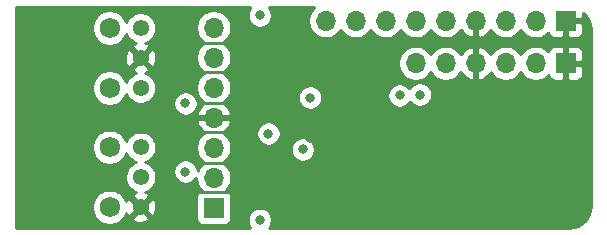
<source format=gbr>
%TF.GenerationSoftware,KiCad,Pcbnew,5.1.10-88a1d61d58~90~ubuntu20.04.1*%
%TF.CreationDate,2021-08-01T07:07:46+02:00*%
%TF.ProjectId,chalkie,6368616c-6b69-4652-9e6b-696361645f70,v1.00*%
%TF.SameCoordinates,Original*%
%TF.FileFunction,Copper,L2,Inr*%
%TF.FilePolarity,Positive*%
%FSLAX46Y46*%
G04 Gerber Fmt 4.6, Leading zero omitted, Abs format (unit mm)*
G04 Created by KiCad (PCBNEW 5.1.10-88a1d61d58~90~ubuntu20.04.1) date 2021-08-01 07:07:46*
%MOMM*%
%LPD*%
G01*
G04 APERTURE LIST*
%TA.AperFunction,ComponentPad*%
%ADD10C,1.725000*%
%TD*%
%TA.AperFunction,ComponentPad*%
%ADD11C,1.381250*%
%TD*%
%TA.AperFunction,ComponentPad*%
%ADD12C,1.381000*%
%TD*%
%TA.AperFunction,ComponentPad*%
%ADD13O,1.700000X1.700000*%
%TD*%
%TA.AperFunction,ComponentPad*%
%ADD14R,1.700000X1.700000*%
%TD*%
%TA.AperFunction,ViaPad*%
%ADD15C,0.800000*%
%TD*%
%TA.AperFunction,Conductor*%
%ADD16C,0.250000*%
%TD*%
%TA.AperFunction,Conductor*%
%ADD17C,0.254000*%
%TD*%
%TA.AperFunction,Conductor*%
%ADD18C,0.100000*%
%TD*%
G04 APERTURE END LIST*
D10*
%TO.N,N/C*%
%TO.C,U2*%
X133590000Y-107590000D03*
X133590000Y-102510000D03*
D11*
%TO.N,GND*%
X136210000Y-107590000D03*
%TO.N,+3V3*%
X136210000Y-105050000D03*
%TO.N,Net-(U2-Pad1)*%
X136210000Y-102510000D03*
%TD*%
D10*
%TO.N,N/C*%
%TO.C,U3*%
X133590000Y-97490000D03*
X133590000Y-92410000D03*
D12*
%TO.N,Net-(U3-Pad3)*%
X136210000Y-97490000D03*
%TO.N,GND*%
X136210000Y-94950000D03*
%TO.N,Net-(C3-Pad2)*%
X136210000Y-92410000D03*
%TD*%
D13*
%TO.N,N/C*%
%TO.C,J1*%
X151880000Y-91800000D03*
%TO.N,+5V*%
X154420000Y-91800000D03*
%TO.N,rxtx_en*%
X156960000Y-91800000D03*
%TO.N,uart_tx*%
X159500000Y-91800000D03*
%TO.N,uart_rx*%
X162040000Y-91800000D03*
%TO.N,GND*%
X164580000Y-91800000D03*
%TO.N,swclk*%
X167120000Y-91800000D03*
%TO.N,swdio*%
X169660000Y-91800000D03*
D14*
%TO.N,GND*%
X172200000Y-91800000D03*
%TD*%
%TO.N,N/C*%
%TO.C,J2*%
X142400000Y-107620000D03*
D13*
%TO.N,hdmi_utility*%
X142400000Y-105080000D03*
%TO.N,N/C*%
X142400000Y-102540000D03*
%TO.N,GND*%
X142400000Y-100000000D03*
%TO.N,N/C*%
X142400000Y-97460000D03*
X142400000Y-94920000D03*
X142400000Y-92380000D03*
%TD*%
D14*
%TO.N,GND*%
%TO.C,J3*%
X172200000Y-95390000D03*
D13*
%TO.N,swdio*%
X169660000Y-95390000D03*
%TO.N,swclk*%
X167120000Y-95390000D03*
%TO.N,GND*%
X164580000Y-95390000D03*
%TO.N,uart_rx*%
X162040000Y-95390000D03*
%TO.N,uart_tx*%
X159500000Y-95390000D03*
%TD*%
D15*
%TO.N,GND*%
X143980000Y-93680000D03*
X145850000Y-100325000D03*
X146430000Y-103320000D03*
X150570000Y-101700000D03*
X159850000Y-101950000D03*
X149700000Y-91340000D03*
X140000000Y-91800000D03*
X146310000Y-96650000D03*
X140000000Y-108030000D03*
X149660000Y-108310000D03*
X158140000Y-101820000D03*
X154420000Y-101940000D03*
X174000000Y-100000000D03*
X173500000Y-108500000D03*
X174000000Y-102000000D03*
X174000000Y-104000000D03*
X174000000Y-106000000D03*
X174000000Y-98000000D03*
X171000000Y-109000000D03*
X169000000Y-109000000D03*
X167000000Y-109000000D03*
X165000000Y-109000000D03*
X163000000Y-109000000D03*
X161000000Y-109000000D03*
X159000000Y-109000000D03*
X157000000Y-109000000D03*
X155000000Y-109000000D03*
X153000000Y-109000000D03*
X155500000Y-96000000D03*
X126000000Y-91000000D03*
X128000000Y-91000000D03*
X130000000Y-91000000D03*
X132000000Y-91000000D03*
X135000000Y-91000000D03*
X138000000Y-91000000D03*
X138000000Y-109000000D03*
X135000000Y-109000000D03*
X132000000Y-109000000D03*
X130000000Y-109000000D03*
X128000000Y-109000000D03*
X126000000Y-109000000D03*
X126000000Y-100000000D03*
X126000000Y-97500000D03*
X126000000Y-94000000D03*
X126000000Y-102500000D03*
X126000000Y-106000000D03*
X135000000Y-100000000D03*
X138000000Y-100000000D03*
X132000000Y-100000000D03*
X130000000Y-100000000D03*
X128000000Y-100000000D03*
X171500000Y-102000000D03*
X168500000Y-102000000D03*
X165500000Y-102000000D03*
X162500000Y-102000000D03*
X143960000Y-98740000D03*
X143990000Y-96150000D03*
X143990000Y-101260000D03*
X144010000Y-103810000D03*
X144500000Y-106340000D03*
%TO.N,+3V3*%
X159850000Y-98050000D03*
X150570000Y-98300000D03*
X146300000Y-91340000D03*
X140000000Y-98800000D03*
X140000000Y-104580000D03*
X146300000Y-108660000D03*
X158140000Y-98120000D03*
%TO.N,rxtx_en*%
X147040000Y-101350000D03*
X149940000Y-102690000D03*
%TD*%
D16*
%TO.N,GND*%
X143980000Y-93680000D02*
X140950000Y-93680000D01*
X143990000Y-96150000D02*
X141290000Y-96150000D01*
X143960000Y-98740000D02*
X141300000Y-98740000D01*
X143990000Y-101260000D02*
X141300000Y-101260000D01*
X144010000Y-103810000D02*
X141300000Y-103810000D01*
X144500000Y-106340000D02*
X141124315Y-106340000D01*
%TD*%
D17*
%TO.N,GND*%
X145496063Y-90680226D02*
X145382795Y-90849744D01*
X145304774Y-91038102D01*
X145265000Y-91238061D01*
X145265000Y-91441939D01*
X145304774Y-91641898D01*
X145382795Y-91830256D01*
X145496063Y-91999774D01*
X145640226Y-92143937D01*
X145809744Y-92257205D01*
X145998102Y-92335226D01*
X146198061Y-92375000D01*
X146401939Y-92375000D01*
X146601898Y-92335226D01*
X146790256Y-92257205D01*
X146959774Y-92143937D01*
X147103937Y-91999774D01*
X147217205Y-91830256D01*
X147295226Y-91641898D01*
X147335000Y-91441939D01*
X147335000Y-91238061D01*
X147295226Y-91038102D01*
X147217205Y-90849744D01*
X147103937Y-90680226D01*
X147083711Y-90660000D01*
X150919893Y-90660000D01*
X150726525Y-90853368D01*
X150564010Y-91096589D01*
X150452068Y-91366842D01*
X150395000Y-91653740D01*
X150395000Y-91946260D01*
X150452068Y-92233158D01*
X150564010Y-92503411D01*
X150726525Y-92746632D01*
X150933368Y-92953475D01*
X151176589Y-93115990D01*
X151446842Y-93227932D01*
X151733740Y-93285000D01*
X152026260Y-93285000D01*
X152313158Y-93227932D01*
X152583411Y-93115990D01*
X152826632Y-92953475D01*
X153033475Y-92746632D01*
X153150000Y-92572240D01*
X153266525Y-92746632D01*
X153473368Y-92953475D01*
X153716589Y-93115990D01*
X153986842Y-93227932D01*
X154273740Y-93285000D01*
X154566260Y-93285000D01*
X154853158Y-93227932D01*
X155123411Y-93115990D01*
X155366632Y-92953475D01*
X155573475Y-92746632D01*
X155690000Y-92572240D01*
X155806525Y-92746632D01*
X156013368Y-92953475D01*
X156256589Y-93115990D01*
X156526842Y-93227932D01*
X156813740Y-93285000D01*
X157106260Y-93285000D01*
X157393158Y-93227932D01*
X157663411Y-93115990D01*
X157906632Y-92953475D01*
X158113475Y-92746632D01*
X158230000Y-92572240D01*
X158346525Y-92746632D01*
X158553368Y-92953475D01*
X158796589Y-93115990D01*
X159066842Y-93227932D01*
X159353740Y-93285000D01*
X159646260Y-93285000D01*
X159933158Y-93227932D01*
X160203411Y-93115990D01*
X160446632Y-92953475D01*
X160653475Y-92746632D01*
X160770000Y-92572240D01*
X160886525Y-92746632D01*
X161093368Y-92953475D01*
X161336589Y-93115990D01*
X161606842Y-93227932D01*
X161893740Y-93285000D01*
X162186260Y-93285000D01*
X162473158Y-93227932D01*
X162743411Y-93115990D01*
X162986632Y-92953475D01*
X163193475Y-92746632D01*
X163315195Y-92564466D01*
X163384822Y-92681355D01*
X163579731Y-92897588D01*
X163813080Y-93071641D01*
X164075901Y-93196825D01*
X164223110Y-93241476D01*
X164453000Y-93120155D01*
X164453000Y-91927000D01*
X164433000Y-91927000D01*
X164433000Y-91673000D01*
X164453000Y-91673000D01*
X164453000Y-91653000D01*
X164707000Y-91653000D01*
X164707000Y-91673000D01*
X164727000Y-91673000D01*
X164727000Y-91927000D01*
X164707000Y-91927000D01*
X164707000Y-93120155D01*
X164936890Y-93241476D01*
X165084099Y-93196825D01*
X165346920Y-93071641D01*
X165580269Y-92897588D01*
X165775178Y-92681355D01*
X165844805Y-92564466D01*
X165966525Y-92746632D01*
X166173368Y-92953475D01*
X166416589Y-93115990D01*
X166686842Y-93227932D01*
X166973740Y-93285000D01*
X167266260Y-93285000D01*
X167553158Y-93227932D01*
X167823411Y-93115990D01*
X168066632Y-92953475D01*
X168273475Y-92746632D01*
X168390000Y-92572240D01*
X168506525Y-92746632D01*
X168713368Y-92953475D01*
X168956589Y-93115990D01*
X169226842Y-93227932D01*
X169513740Y-93285000D01*
X169806260Y-93285000D01*
X170093158Y-93227932D01*
X170363411Y-93115990D01*
X170606632Y-92953475D01*
X170738487Y-92821620D01*
X170760498Y-92894180D01*
X170819463Y-93004494D01*
X170898815Y-93101185D01*
X170995506Y-93180537D01*
X171105820Y-93239502D01*
X171225518Y-93275812D01*
X171350000Y-93288072D01*
X171914250Y-93285000D01*
X172073000Y-93126250D01*
X172073000Y-91927000D01*
X172327000Y-91927000D01*
X172327000Y-93126250D01*
X172485750Y-93285000D01*
X173050000Y-93288072D01*
X173174482Y-93275812D01*
X173294180Y-93239502D01*
X173404494Y-93180537D01*
X173501185Y-93101185D01*
X173580537Y-93004494D01*
X173639502Y-92894180D01*
X173675812Y-92774482D01*
X173688072Y-92650000D01*
X173685000Y-92085750D01*
X173526250Y-91927000D01*
X172327000Y-91927000D01*
X172073000Y-91927000D01*
X172053000Y-91927000D01*
X172053000Y-91673000D01*
X172073000Y-91673000D01*
X172073000Y-91653000D01*
X172327000Y-91653000D01*
X172327000Y-91673000D01*
X173526250Y-91673000D01*
X173685000Y-91514250D01*
X173687205Y-91109294D01*
X173794299Y-91196637D01*
X174022806Y-91472856D01*
X174193310Y-91788197D01*
X174299319Y-92130656D01*
X174340000Y-92517712D01*
X174340001Y-107467711D01*
X174301853Y-107856776D01*
X174198238Y-108199964D01*
X174029939Y-108516489D01*
X173803365Y-108794296D01*
X173527146Y-109022805D01*
X173211803Y-109193310D01*
X172869344Y-109299319D01*
X172482288Y-109340000D01*
X147083711Y-109340000D01*
X147103937Y-109319774D01*
X147217205Y-109150256D01*
X147295226Y-108961898D01*
X147335000Y-108761939D01*
X147335000Y-108558061D01*
X147295226Y-108358102D01*
X147217205Y-108169744D01*
X147103937Y-108000226D01*
X146959774Y-107856063D01*
X146790256Y-107742795D01*
X146601898Y-107664774D01*
X146401939Y-107625000D01*
X146198061Y-107625000D01*
X145998102Y-107664774D01*
X145809744Y-107742795D01*
X145640226Y-107856063D01*
X145496063Y-108000226D01*
X145382795Y-108169744D01*
X145304774Y-108358102D01*
X145265000Y-108558061D01*
X145265000Y-108761939D01*
X145304774Y-108961898D01*
X145382795Y-109150256D01*
X145496063Y-109319774D01*
X145516289Y-109340000D01*
X125660000Y-109340000D01*
X125660000Y-107442509D01*
X132092500Y-107442509D01*
X132092500Y-107737491D01*
X132150048Y-108026805D01*
X132262933Y-108299332D01*
X132426816Y-108544601D01*
X132635399Y-108753184D01*
X132880668Y-108917067D01*
X133153195Y-109029952D01*
X133442509Y-109087500D01*
X133737491Y-109087500D01*
X134026805Y-109029952D01*
X134299332Y-108917067D01*
X134544601Y-108753184D01*
X134753184Y-108544601D01*
X134779933Y-108504568D01*
X135475037Y-108504568D01*
X135533359Y-108737382D01*
X135770204Y-108847342D01*
X136023950Y-108908983D01*
X136284845Y-108919936D01*
X136542865Y-108879780D01*
X136788092Y-108790058D01*
X136886641Y-108737382D01*
X136944963Y-108504568D01*
X136210000Y-107769605D01*
X135475037Y-108504568D01*
X134779933Y-108504568D01*
X134917067Y-108299332D01*
X134991879Y-108118722D01*
X135009942Y-108168092D01*
X135062618Y-108266641D01*
X135295432Y-108324963D01*
X136030395Y-107590000D01*
X136389605Y-107590000D01*
X137124568Y-108324963D01*
X137357382Y-108266641D01*
X137467342Y-108029796D01*
X137528983Y-107776050D01*
X137539936Y-107515155D01*
X137499780Y-107257135D01*
X137410058Y-107011908D01*
X137357382Y-106913359D01*
X137124568Y-106855037D01*
X136389605Y-107590000D01*
X136030395Y-107590000D01*
X135295432Y-106855037D01*
X135062618Y-106913359D01*
X134992852Y-107063629D01*
X134917067Y-106880668D01*
X134753184Y-106635399D01*
X134544601Y-106426816D01*
X134299332Y-106262933D01*
X134026805Y-106150048D01*
X133737491Y-106092500D01*
X133442509Y-106092500D01*
X133153195Y-106150048D01*
X132880668Y-106262933D01*
X132635399Y-106426816D01*
X132426816Y-106635399D01*
X132262933Y-106880668D01*
X132150048Y-107153195D01*
X132092500Y-107442509D01*
X125660000Y-107442509D01*
X125660000Y-102362509D01*
X132092500Y-102362509D01*
X132092500Y-102657491D01*
X132150048Y-102946805D01*
X132262933Y-103219332D01*
X132426816Y-103464601D01*
X132635399Y-103673184D01*
X132880668Y-103837067D01*
X133153195Y-103949952D01*
X133442509Y-104007500D01*
X133737491Y-104007500D01*
X134026805Y-103949952D01*
X134299332Y-103837067D01*
X134544601Y-103673184D01*
X134753184Y-103464601D01*
X134917067Y-103219332D01*
X134993018Y-103035971D01*
X135035246Y-103137919D01*
X135180320Y-103355037D01*
X135364963Y-103539680D01*
X135582081Y-103684754D01*
X135812026Y-103780000D01*
X135582081Y-103875246D01*
X135364963Y-104020320D01*
X135180320Y-104204963D01*
X135035246Y-104422081D01*
X134935318Y-104663329D01*
X134884375Y-104919437D01*
X134884375Y-105180563D01*
X134935318Y-105436671D01*
X135035246Y-105677919D01*
X135180320Y-105895037D01*
X135364963Y-106079680D01*
X135582081Y-106224754D01*
X135817207Y-106322146D01*
X135631908Y-106389942D01*
X135533359Y-106442618D01*
X135475037Y-106675432D01*
X136210000Y-107410395D01*
X136944963Y-106675432D01*
X136886641Y-106442618D01*
X136649796Y-106332658D01*
X136604172Y-106321575D01*
X136837919Y-106224754D01*
X137055037Y-106079680D01*
X137239680Y-105895037D01*
X137384754Y-105677919D01*
X137484682Y-105436671D01*
X137535625Y-105180563D01*
X137535625Y-104919437D01*
X137484682Y-104663329D01*
X137407942Y-104478061D01*
X138965000Y-104478061D01*
X138965000Y-104681939D01*
X139004774Y-104881898D01*
X139082795Y-105070256D01*
X139196063Y-105239774D01*
X139340226Y-105383937D01*
X139509744Y-105497205D01*
X139698102Y-105575226D01*
X139898061Y-105615000D01*
X140101939Y-105615000D01*
X140301898Y-105575226D01*
X140490256Y-105497205D01*
X140659774Y-105383937D01*
X140803937Y-105239774D01*
X140915000Y-105073556D01*
X140915000Y-105226260D01*
X140972068Y-105513158D01*
X141084010Y-105783411D01*
X141246525Y-106026632D01*
X141378380Y-106158487D01*
X141305820Y-106180498D01*
X141195506Y-106239463D01*
X141098815Y-106318815D01*
X141019463Y-106415506D01*
X140960498Y-106525820D01*
X140924188Y-106645518D01*
X140911928Y-106770000D01*
X140911928Y-108470000D01*
X140924188Y-108594482D01*
X140960498Y-108714180D01*
X141019463Y-108824494D01*
X141098815Y-108921185D01*
X141195506Y-109000537D01*
X141305820Y-109059502D01*
X141425518Y-109095812D01*
X141550000Y-109108072D01*
X143250000Y-109108072D01*
X143374482Y-109095812D01*
X143494180Y-109059502D01*
X143604494Y-109000537D01*
X143701185Y-108921185D01*
X143780537Y-108824494D01*
X143839502Y-108714180D01*
X143875812Y-108594482D01*
X143888072Y-108470000D01*
X143888072Y-106770000D01*
X143875812Y-106645518D01*
X143839502Y-106525820D01*
X143780537Y-106415506D01*
X143701185Y-106318815D01*
X143604494Y-106239463D01*
X143494180Y-106180498D01*
X143421620Y-106158487D01*
X143553475Y-106026632D01*
X143715990Y-105783411D01*
X143827932Y-105513158D01*
X143885000Y-105226260D01*
X143885000Y-104933740D01*
X143827932Y-104646842D01*
X143715990Y-104376589D01*
X143553475Y-104133368D01*
X143346632Y-103926525D01*
X143172240Y-103810000D01*
X143346632Y-103693475D01*
X143553475Y-103486632D01*
X143715990Y-103243411D01*
X143827932Y-102973158D01*
X143885000Y-102686260D01*
X143885000Y-102588061D01*
X148905000Y-102588061D01*
X148905000Y-102791939D01*
X148944774Y-102991898D01*
X149022795Y-103180256D01*
X149136063Y-103349774D01*
X149280226Y-103493937D01*
X149449744Y-103607205D01*
X149638102Y-103685226D01*
X149838061Y-103725000D01*
X150041939Y-103725000D01*
X150241898Y-103685226D01*
X150430256Y-103607205D01*
X150599774Y-103493937D01*
X150743937Y-103349774D01*
X150857205Y-103180256D01*
X150935226Y-102991898D01*
X150975000Y-102791939D01*
X150975000Y-102588061D01*
X150935226Y-102388102D01*
X150857205Y-102199744D01*
X150743937Y-102030226D01*
X150599774Y-101886063D01*
X150430256Y-101772795D01*
X150241898Y-101694774D01*
X150041939Y-101655000D01*
X149838061Y-101655000D01*
X149638102Y-101694774D01*
X149449744Y-101772795D01*
X149280226Y-101886063D01*
X149136063Y-102030226D01*
X149022795Y-102199744D01*
X148944774Y-102388102D01*
X148905000Y-102588061D01*
X143885000Y-102588061D01*
X143885000Y-102393740D01*
X143827932Y-102106842D01*
X143715990Y-101836589D01*
X143553475Y-101593368D01*
X143346632Y-101386525D01*
X143164466Y-101264805D01*
X143192575Y-101248061D01*
X146005000Y-101248061D01*
X146005000Y-101451939D01*
X146044774Y-101651898D01*
X146122795Y-101840256D01*
X146236063Y-102009774D01*
X146380226Y-102153937D01*
X146549744Y-102267205D01*
X146738102Y-102345226D01*
X146938061Y-102385000D01*
X147141939Y-102385000D01*
X147341898Y-102345226D01*
X147530256Y-102267205D01*
X147699774Y-102153937D01*
X147843937Y-102009774D01*
X147957205Y-101840256D01*
X148035226Y-101651898D01*
X148075000Y-101451939D01*
X148075000Y-101248061D01*
X148035226Y-101048102D01*
X147957205Y-100859744D01*
X147843937Y-100690226D01*
X147699774Y-100546063D01*
X147530256Y-100432795D01*
X147341898Y-100354774D01*
X147141939Y-100315000D01*
X146938061Y-100315000D01*
X146738102Y-100354774D01*
X146549744Y-100432795D01*
X146380226Y-100546063D01*
X146236063Y-100690226D01*
X146122795Y-100859744D01*
X146044774Y-101048102D01*
X146005000Y-101248061D01*
X143192575Y-101248061D01*
X143281355Y-101195178D01*
X143497588Y-101000269D01*
X143671641Y-100766920D01*
X143796825Y-100504099D01*
X143841476Y-100356890D01*
X143720155Y-100127000D01*
X142527000Y-100127000D01*
X142527000Y-100147000D01*
X142273000Y-100147000D01*
X142273000Y-100127000D01*
X141079845Y-100127000D01*
X140958524Y-100356890D01*
X141003175Y-100504099D01*
X141128359Y-100766920D01*
X141302412Y-101000269D01*
X141518645Y-101195178D01*
X141635534Y-101264805D01*
X141453368Y-101386525D01*
X141246525Y-101593368D01*
X141084010Y-101836589D01*
X140972068Y-102106842D01*
X140915000Y-102393740D01*
X140915000Y-102686260D01*
X140972068Y-102973158D01*
X141084010Y-103243411D01*
X141246525Y-103486632D01*
X141453368Y-103693475D01*
X141627760Y-103810000D01*
X141453368Y-103926525D01*
X141246525Y-104133368D01*
X141084010Y-104376589D01*
X141035000Y-104494910D01*
X141035000Y-104478061D01*
X140995226Y-104278102D01*
X140917205Y-104089744D01*
X140803937Y-103920226D01*
X140659774Y-103776063D01*
X140490256Y-103662795D01*
X140301898Y-103584774D01*
X140101939Y-103545000D01*
X139898061Y-103545000D01*
X139698102Y-103584774D01*
X139509744Y-103662795D01*
X139340226Y-103776063D01*
X139196063Y-103920226D01*
X139082795Y-104089744D01*
X139004774Y-104278102D01*
X138965000Y-104478061D01*
X137407942Y-104478061D01*
X137384754Y-104422081D01*
X137239680Y-104204963D01*
X137055037Y-104020320D01*
X136837919Y-103875246D01*
X136607974Y-103780000D01*
X136837919Y-103684754D01*
X137055037Y-103539680D01*
X137239680Y-103355037D01*
X137384754Y-103137919D01*
X137484682Y-102896671D01*
X137535625Y-102640563D01*
X137535625Y-102379437D01*
X137484682Y-102123329D01*
X137384754Y-101882081D01*
X137239680Y-101664963D01*
X137055037Y-101480320D01*
X136837919Y-101335246D01*
X136596671Y-101235318D01*
X136340563Y-101184375D01*
X136079437Y-101184375D01*
X135823329Y-101235318D01*
X135582081Y-101335246D01*
X135364963Y-101480320D01*
X135180320Y-101664963D01*
X135035246Y-101882081D01*
X134993018Y-101984029D01*
X134917067Y-101800668D01*
X134753184Y-101555399D01*
X134544601Y-101346816D01*
X134299332Y-101182933D01*
X134026805Y-101070048D01*
X133737491Y-101012500D01*
X133442509Y-101012500D01*
X133153195Y-101070048D01*
X132880668Y-101182933D01*
X132635399Y-101346816D01*
X132426816Y-101555399D01*
X132262933Y-101800668D01*
X132150048Y-102073195D01*
X132092500Y-102362509D01*
X125660000Y-102362509D01*
X125660000Y-97342509D01*
X132092500Y-97342509D01*
X132092500Y-97637491D01*
X132150048Y-97926805D01*
X132262933Y-98199332D01*
X132426816Y-98444601D01*
X132635399Y-98653184D01*
X132880668Y-98817067D01*
X133153195Y-98929952D01*
X133442509Y-98987500D01*
X133737491Y-98987500D01*
X134026805Y-98929952D01*
X134299332Y-98817067D01*
X134544601Y-98653184D01*
X134753184Y-98444601D01*
X134917067Y-98199332D01*
X134993086Y-98015808D01*
X135035357Y-98117860D01*
X135180417Y-98334957D01*
X135365043Y-98519583D01*
X135582140Y-98664643D01*
X135823366Y-98764562D01*
X136079450Y-98815500D01*
X136340550Y-98815500D01*
X136596634Y-98764562D01*
X136757181Y-98698061D01*
X138965000Y-98698061D01*
X138965000Y-98901939D01*
X139004774Y-99101898D01*
X139082795Y-99290256D01*
X139196063Y-99459774D01*
X139340226Y-99603937D01*
X139509744Y-99717205D01*
X139698102Y-99795226D01*
X139898061Y-99835000D01*
X140101939Y-99835000D01*
X140301898Y-99795226D01*
X140490256Y-99717205D01*
X140659774Y-99603937D01*
X140803937Y-99459774D01*
X140917205Y-99290256D01*
X140995226Y-99101898D01*
X141035000Y-98901939D01*
X141035000Y-98698061D01*
X140995226Y-98498102D01*
X140917205Y-98309744D01*
X140803937Y-98140226D01*
X140659774Y-97996063D01*
X140490256Y-97882795D01*
X140301898Y-97804774D01*
X140101939Y-97765000D01*
X139898061Y-97765000D01*
X139698102Y-97804774D01*
X139509744Y-97882795D01*
X139340226Y-97996063D01*
X139196063Y-98140226D01*
X139082795Y-98309744D01*
X139004774Y-98498102D01*
X138965000Y-98698061D01*
X136757181Y-98698061D01*
X136837860Y-98664643D01*
X137054957Y-98519583D01*
X137239583Y-98334957D01*
X137384643Y-98117860D01*
X137484562Y-97876634D01*
X137535500Y-97620550D01*
X137535500Y-97359450D01*
X137484562Y-97103366D01*
X137384643Y-96862140D01*
X137239583Y-96645043D01*
X137054957Y-96460417D01*
X136837860Y-96315357D01*
X136602448Y-96217846D01*
X136788047Y-96149939D01*
X136886567Y-96097279D01*
X136944875Y-95864480D01*
X136210000Y-95129605D01*
X135475125Y-95864480D01*
X135533433Y-96097279D01*
X135770257Y-96207227D01*
X135816229Y-96218394D01*
X135582140Y-96315357D01*
X135365043Y-96460417D01*
X135180417Y-96645043D01*
X135035357Y-96862140D01*
X134993086Y-96964192D01*
X134917067Y-96780668D01*
X134753184Y-96535399D01*
X134544601Y-96326816D01*
X134299332Y-96162933D01*
X134026805Y-96050048D01*
X133737491Y-95992500D01*
X133442509Y-95992500D01*
X133153195Y-96050048D01*
X132880668Y-96162933D01*
X132635399Y-96326816D01*
X132426816Y-96535399D01*
X132262933Y-96780668D01*
X132150048Y-97053195D01*
X132092500Y-97342509D01*
X125660000Y-97342509D01*
X125660000Y-95024849D01*
X134880192Y-95024849D01*
X134920346Y-95282844D01*
X135010061Y-95528047D01*
X135062721Y-95626567D01*
X135295520Y-95684875D01*
X136030395Y-94950000D01*
X136389605Y-94950000D01*
X137124480Y-95684875D01*
X137357279Y-95626567D01*
X137467227Y-95389743D01*
X137528859Y-95136021D01*
X137539808Y-94875151D01*
X137499654Y-94617156D01*
X137409939Y-94371953D01*
X137357279Y-94273433D01*
X137124480Y-94215125D01*
X136389605Y-94950000D01*
X136030395Y-94950000D01*
X135295520Y-94215125D01*
X135062721Y-94273433D01*
X134952773Y-94510257D01*
X134891141Y-94763979D01*
X134880192Y-95024849D01*
X125660000Y-95024849D01*
X125660000Y-92262509D01*
X132092500Y-92262509D01*
X132092500Y-92557491D01*
X132150048Y-92846805D01*
X132262933Y-93119332D01*
X132426816Y-93364601D01*
X132635399Y-93573184D01*
X132880668Y-93737067D01*
X133153195Y-93849952D01*
X133442509Y-93907500D01*
X133737491Y-93907500D01*
X134026805Y-93849952D01*
X134299332Y-93737067D01*
X134544601Y-93573184D01*
X134753184Y-93364601D01*
X134917067Y-93119332D01*
X134993086Y-92935808D01*
X135035357Y-93037860D01*
X135180417Y-93254957D01*
X135365043Y-93439583D01*
X135582140Y-93584643D01*
X135817552Y-93682154D01*
X135631953Y-93750061D01*
X135533433Y-93802721D01*
X135475125Y-94035520D01*
X136210000Y-94770395D01*
X136944875Y-94035520D01*
X136886567Y-93802721D01*
X136649743Y-93692773D01*
X136603771Y-93681606D01*
X136837860Y-93584643D01*
X137054957Y-93439583D01*
X137239583Y-93254957D01*
X137384643Y-93037860D01*
X137484562Y-92796634D01*
X137535500Y-92540550D01*
X137535500Y-92279450D01*
X137526408Y-92233740D01*
X140915000Y-92233740D01*
X140915000Y-92526260D01*
X140972068Y-92813158D01*
X141084010Y-93083411D01*
X141246525Y-93326632D01*
X141453368Y-93533475D01*
X141627760Y-93650000D01*
X141453368Y-93766525D01*
X141246525Y-93973368D01*
X141084010Y-94216589D01*
X140972068Y-94486842D01*
X140915000Y-94773740D01*
X140915000Y-95066260D01*
X140972068Y-95353158D01*
X141084010Y-95623411D01*
X141246525Y-95866632D01*
X141453368Y-96073475D01*
X141627760Y-96190000D01*
X141453368Y-96306525D01*
X141246525Y-96513368D01*
X141084010Y-96756589D01*
X140972068Y-97026842D01*
X140915000Y-97313740D01*
X140915000Y-97606260D01*
X140972068Y-97893158D01*
X141084010Y-98163411D01*
X141246525Y-98406632D01*
X141453368Y-98613475D01*
X141635534Y-98735195D01*
X141518645Y-98804822D01*
X141302412Y-98999731D01*
X141128359Y-99233080D01*
X141003175Y-99495901D01*
X140958524Y-99643110D01*
X141079845Y-99873000D01*
X142273000Y-99873000D01*
X142273000Y-99853000D01*
X142527000Y-99853000D01*
X142527000Y-99873000D01*
X143720155Y-99873000D01*
X143841476Y-99643110D01*
X143796825Y-99495901D01*
X143671641Y-99233080D01*
X143497588Y-98999731D01*
X143281355Y-98804822D01*
X143164466Y-98735195D01*
X143346632Y-98613475D01*
X143553475Y-98406632D01*
X143692837Y-98198061D01*
X149535000Y-98198061D01*
X149535000Y-98401939D01*
X149574774Y-98601898D01*
X149652795Y-98790256D01*
X149766063Y-98959774D01*
X149910226Y-99103937D01*
X150079744Y-99217205D01*
X150268102Y-99295226D01*
X150468061Y-99335000D01*
X150671939Y-99335000D01*
X150871898Y-99295226D01*
X151060256Y-99217205D01*
X151229774Y-99103937D01*
X151373937Y-98959774D01*
X151487205Y-98790256D01*
X151565226Y-98601898D01*
X151605000Y-98401939D01*
X151605000Y-98198061D01*
X151569197Y-98018061D01*
X157105000Y-98018061D01*
X157105000Y-98221939D01*
X157144774Y-98421898D01*
X157222795Y-98610256D01*
X157336063Y-98779774D01*
X157480226Y-98923937D01*
X157649744Y-99037205D01*
X157838102Y-99115226D01*
X158038061Y-99155000D01*
X158241939Y-99155000D01*
X158441898Y-99115226D01*
X158630256Y-99037205D01*
X158799774Y-98923937D01*
X158943937Y-98779774D01*
X159018386Y-98668353D01*
X159046063Y-98709774D01*
X159190226Y-98853937D01*
X159359744Y-98967205D01*
X159548102Y-99045226D01*
X159748061Y-99085000D01*
X159951939Y-99085000D01*
X160151898Y-99045226D01*
X160340256Y-98967205D01*
X160509774Y-98853937D01*
X160653937Y-98709774D01*
X160767205Y-98540256D01*
X160845226Y-98351898D01*
X160885000Y-98151939D01*
X160885000Y-97948061D01*
X160845226Y-97748102D01*
X160767205Y-97559744D01*
X160653937Y-97390226D01*
X160509774Y-97246063D01*
X160340256Y-97132795D01*
X160151898Y-97054774D01*
X159951939Y-97015000D01*
X159748061Y-97015000D01*
X159548102Y-97054774D01*
X159359744Y-97132795D01*
X159190226Y-97246063D01*
X159046063Y-97390226D01*
X158971614Y-97501647D01*
X158943937Y-97460226D01*
X158799774Y-97316063D01*
X158630256Y-97202795D01*
X158441898Y-97124774D01*
X158241939Y-97085000D01*
X158038061Y-97085000D01*
X157838102Y-97124774D01*
X157649744Y-97202795D01*
X157480226Y-97316063D01*
X157336063Y-97460226D01*
X157222795Y-97629744D01*
X157144774Y-97818102D01*
X157105000Y-98018061D01*
X151569197Y-98018061D01*
X151565226Y-97998102D01*
X151487205Y-97809744D01*
X151373937Y-97640226D01*
X151229774Y-97496063D01*
X151060256Y-97382795D01*
X150871898Y-97304774D01*
X150671939Y-97265000D01*
X150468061Y-97265000D01*
X150268102Y-97304774D01*
X150079744Y-97382795D01*
X149910226Y-97496063D01*
X149766063Y-97640226D01*
X149652795Y-97809744D01*
X149574774Y-97998102D01*
X149535000Y-98198061D01*
X143692837Y-98198061D01*
X143715990Y-98163411D01*
X143827932Y-97893158D01*
X143885000Y-97606260D01*
X143885000Y-97313740D01*
X143827932Y-97026842D01*
X143715990Y-96756589D01*
X143553475Y-96513368D01*
X143346632Y-96306525D01*
X143172240Y-96190000D01*
X143346632Y-96073475D01*
X143553475Y-95866632D01*
X143715990Y-95623411D01*
X143827932Y-95353158D01*
X143849696Y-95243740D01*
X158015000Y-95243740D01*
X158015000Y-95536260D01*
X158072068Y-95823158D01*
X158184010Y-96093411D01*
X158346525Y-96336632D01*
X158553368Y-96543475D01*
X158796589Y-96705990D01*
X159066842Y-96817932D01*
X159353740Y-96875000D01*
X159646260Y-96875000D01*
X159933158Y-96817932D01*
X160203411Y-96705990D01*
X160446632Y-96543475D01*
X160653475Y-96336632D01*
X160770000Y-96162240D01*
X160886525Y-96336632D01*
X161093368Y-96543475D01*
X161336589Y-96705990D01*
X161606842Y-96817932D01*
X161893740Y-96875000D01*
X162186260Y-96875000D01*
X162473158Y-96817932D01*
X162743411Y-96705990D01*
X162986632Y-96543475D01*
X163193475Y-96336632D01*
X163315195Y-96154466D01*
X163384822Y-96271355D01*
X163579731Y-96487588D01*
X163813080Y-96661641D01*
X164075901Y-96786825D01*
X164223110Y-96831476D01*
X164453000Y-96710155D01*
X164453000Y-95517000D01*
X164433000Y-95517000D01*
X164433000Y-95263000D01*
X164453000Y-95263000D01*
X164453000Y-94069845D01*
X164707000Y-94069845D01*
X164707000Y-95263000D01*
X164727000Y-95263000D01*
X164727000Y-95517000D01*
X164707000Y-95517000D01*
X164707000Y-96710155D01*
X164936890Y-96831476D01*
X165084099Y-96786825D01*
X165346920Y-96661641D01*
X165580269Y-96487588D01*
X165775178Y-96271355D01*
X165844805Y-96154466D01*
X165966525Y-96336632D01*
X166173368Y-96543475D01*
X166416589Y-96705990D01*
X166686842Y-96817932D01*
X166973740Y-96875000D01*
X167266260Y-96875000D01*
X167553158Y-96817932D01*
X167823411Y-96705990D01*
X168066632Y-96543475D01*
X168273475Y-96336632D01*
X168390000Y-96162240D01*
X168506525Y-96336632D01*
X168713368Y-96543475D01*
X168956589Y-96705990D01*
X169226842Y-96817932D01*
X169513740Y-96875000D01*
X169806260Y-96875000D01*
X170093158Y-96817932D01*
X170363411Y-96705990D01*
X170606632Y-96543475D01*
X170738487Y-96411620D01*
X170760498Y-96484180D01*
X170819463Y-96594494D01*
X170898815Y-96691185D01*
X170995506Y-96770537D01*
X171105820Y-96829502D01*
X171225518Y-96865812D01*
X171350000Y-96878072D01*
X171914250Y-96875000D01*
X172073000Y-96716250D01*
X172073000Y-95517000D01*
X172327000Y-95517000D01*
X172327000Y-96716250D01*
X172485750Y-96875000D01*
X173050000Y-96878072D01*
X173174482Y-96865812D01*
X173294180Y-96829502D01*
X173404494Y-96770537D01*
X173501185Y-96691185D01*
X173580537Y-96594494D01*
X173639502Y-96484180D01*
X173675812Y-96364482D01*
X173688072Y-96240000D01*
X173685000Y-95675750D01*
X173526250Y-95517000D01*
X172327000Y-95517000D01*
X172073000Y-95517000D01*
X172053000Y-95517000D01*
X172053000Y-95263000D01*
X172073000Y-95263000D01*
X172073000Y-94063750D01*
X172327000Y-94063750D01*
X172327000Y-95263000D01*
X173526250Y-95263000D01*
X173685000Y-95104250D01*
X173688072Y-94540000D01*
X173675812Y-94415518D01*
X173639502Y-94295820D01*
X173580537Y-94185506D01*
X173501185Y-94088815D01*
X173404494Y-94009463D01*
X173294180Y-93950498D01*
X173174482Y-93914188D01*
X173050000Y-93901928D01*
X172485750Y-93905000D01*
X172327000Y-94063750D01*
X172073000Y-94063750D01*
X171914250Y-93905000D01*
X171350000Y-93901928D01*
X171225518Y-93914188D01*
X171105820Y-93950498D01*
X170995506Y-94009463D01*
X170898815Y-94088815D01*
X170819463Y-94185506D01*
X170760498Y-94295820D01*
X170738487Y-94368380D01*
X170606632Y-94236525D01*
X170363411Y-94074010D01*
X170093158Y-93962068D01*
X169806260Y-93905000D01*
X169513740Y-93905000D01*
X169226842Y-93962068D01*
X168956589Y-94074010D01*
X168713368Y-94236525D01*
X168506525Y-94443368D01*
X168390000Y-94617760D01*
X168273475Y-94443368D01*
X168066632Y-94236525D01*
X167823411Y-94074010D01*
X167553158Y-93962068D01*
X167266260Y-93905000D01*
X166973740Y-93905000D01*
X166686842Y-93962068D01*
X166416589Y-94074010D01*
X166173368Y-94236525D01*
X165966525Y-94443368D01*
X165844805Y-94625534D01*
X165775178Y-94508645D01*
X165580269Y-94292412D01*
X165346920Y-94118359D01*
X165084099Y-93993175D01*
X164936890Y-93948524D01*
X164707000Y-94069845D01*
X164453000Y-94069845D01*
X164223110Y-93948524D01*
X164075901Y-93993175D01*
X163813080Y-94118359D01*
X163579731Y-94292412D01*
X163384822Y-94508645D01*
X163315195Y-94625534D01*
X163193475Y-94443368D01*
X162986632Y-94236525D01*
X162743411Y-94074010D01*
X162473158Y-93962068D01*
X162186260Y-93905000D01*
X161893740Y-93905000D01*
X161606842Y-93962068D01*
X161336589Y-94074010D01*
X161093368Y-94236525D01*
X160886525Y-94443368D01*
X160770000Y-94617760D01*
X160653475Y-94443368D01*
X160446632Y-94236525D01*
X160203411Y-94074010D01*
X159933158Y-93962068D01*
X159646260Y-93905000D01*
X159353740Y-93905000D01*
X159066842Y-93962068D01*
X158796589Y-94074010D01*
X158553368Y-94236525D01*
X158346525Y-94443368D01*
X158184010Y-94686589D01*
X158072068Y-94956842D01*
X158015000Y-95243740D01*
X143849696Y-95243740D01*
X143885000Y-95066260D01*
X143885000Y-94773740D01*
X143827932Y-94486842D01*
X143715990Y-94216589D01*
X143553475Y-93973368D01*
X143346632Y-93766525D01*
X143172240Y-93650000D01*
X143346632Y-93533475D01*
X143553475Y-93326632D01*
X143715990Y-93083411D01*
X143827932Y-92813158D01*
X143885000Y-92526260D01*
X143885000Y-92233740D01*
X143827932Y-91946842D01*
X143715990Y-91676589D01*
X143553475Y-91433368D01*
X143346632Y-91226525D01*
X143103411Y-91064010D01*
X142833158Y-90952068D01*
X142546260Y-90895000D01*
X142253740Y-90895000D01*
X141966842Y-90952068D01*
X141696589Y-91064010D01*
X141453368Y-91226525D01*
X141246525Y-91433368D01*
X141084010Y-91676589D01*
X140972068Y-91946842D01*
X140915000Y-92233740D01*
X137526408Y-92233740D01*
X137484562Y-92023366D01*
X137384643Y-91782140D01*
X137239583Y-91565043D01*
X137054957Y-91380417D01*
X136837860Y-91235357D01*
X136596634Y-91135438D01*
X136340550Y-91084500D01*
X136079450Y-91084500D01*
X135823366Y-91135438D01*
X135582140Y-91235357D01*
X135365043Y-91380417D01*
X135180417Y-91565043D01*
X135035357Y-91782140D01*
X134993086Y-91884192D01*
X134917067Y-91700668D01*
X134753184Y-91455399D01*
X134544601Y-91246816D01*
X134299332Y-91082933D01*
X134026805Y-90970048D01*
X133737491Y-90912500D01*
X133442509Y-90912500D01*
X133153195Y-90970048D01*
X132880668Y-91082933D01*
X132635399Y-91246816D01*
X132426816Y-91455399D01*
X132262933Y-91700668D01*
X132150048Y-91973195D01*
X132092500Y-92262509D01*
X125660000Y-92262509D01*
X125660000Y-90660000D01*
X145516289Y-90660000D01*
X145496063Y-90680226D01*
%TA.AperFunction,Conductor*%
D18*
G36*
X145496063Y-90680226D02*
G01*
X145382795Y-90849744D01*
X145304774Y-91038102D01*
X145265000Y-91238061D01*
X145265000Y-91441939D01*
X145304774Y-91641898D01*
X145382795Y-91830256D01*
X145496063Y-91999774D01*
X145640226Y-92143937D01*
X145809744Y-92257205D01*
X145998102Y-92335226D01*
X146198061Y-92375000D01*
X146401939Y-92375000D01*
X146601898Y-92335226D01*
X146790256Y-92257205D01*
X146959774Y-92143937D01*
X147103937Y-91999774D01*
X147217205Y-91830256D01*
X147295226Y-91641898D01*
X147335000Y-91441939D01*
X147335000Y-91238061D01*
X147295226Y-91038102D01*
X147217205Y-90849744D01*
X147103937Y-90680226D01*
X147083711Y-90660000D01*
X150919893Y-90660000D01*
X150726525Y-90853368D01*
X150564010Y-91096589D01*
X150452068Y-91366842D01*
X150395000Y-91653740D01*
X150395000Y-91946260D01*
X150452068Y-92233158D01*
X150564010Y-92503411D01*
X150726525Y-92746632D01*
X150933368Y-92953475D01*
X151176589Y-93115990D01*
X151446842Y-93227932D01*
X151733740Y-93285000D01*
X152026260Y-93285000D01*
X152313158Y-93227932D01*
X152583411Y-93115990D01*
X152826632Y-92953475D01*
X153033475Y-92746632D01*
X153150000Y-92572240D01*
X153266525Y-92746632D01*
X153473368Y-92953475D01*
X153716589Y-93115990D01*
X153986842Y-93227932D01*
X154273740Y-93285000D01*
X154566260Y-93285000D01*
X154853158Y-93227932D01*
X155123411Y-93115990D01*
X155366632Y-92953475D01*
X155573475Y-92746632D01*
X155690000Y-92572240D01*
X155806525Y-92746632D01*
X156013368Y-92953475D01*
X156256589Y-93115990D01*
X156526842Y-93227932D01*
X156813740Y-93285000D01*
X157106260Y-93285000D01*
X157393158Y-93227932D01*
X157663411Y-93115990D01*
X157906632Y-92953475D01*
X158113475Y-92746632D01*
X158230000Y-92572240D01*
X158346525Y-92746632D01*
X158553368Y-92953475D01*
X158796589Y-93115990D01*
X159066842Y-93227932D01*
X159353740Y-93285000D01*
X159646260Y-93285000D01*
X159933158Y-93227932D01*
X160203411Y-93115990D01*
X160446632Y-92953475D01*
X160653475Y-92746632D01*
X160770000Y-92572240D01*
X160886525Y-92746632D01*
X161093368Y-92953475D01*
X161336589Y-93115990D01*
X161606842Y-93227932D01*
X161893740Y-93285000D01*
X162186260Y-93285000D01*
X162473158Y-93227932D01*
X162743411Y-93115990D01*
X162986632Y-92953475D01*
X163193475Y-92746632D01*
X163315195Y-92564466D01*
X163384822Y-92681355D01*
X163579731Y-92897588D01*
X163813080Y-93071641D01*
X164075901Y-93196825D01*
X164223110Y-93241476D01*
X164453000Y-93120155D01*
X164453000Y-91927000D01*
X164433000Y-91927000D01*
X164433000Y-91673000D01*
X164453000Y-91673000D01*
X164453000Y-91653000D01*
X164707000Y-91653000D01*
X164707000Y-91673000D01*
X164727000Y-91673000D01*
X164727000Y-91927000D01*
X164707000Y-91927000D01*
X164707000Y-93120155D01*
X164936890Y-93241476D01*
X165084099Y-93196825D01*
X165346920Y-93071641D01*
X165580269Y-92897588D01*
X165775178Y-92681355D01*
X165844805Y-92564466D01*
X165966525Y-92746632D01*
X166173368Y-92953475D01*
X166416589Y-93115990D01*
X166686842Y-93227932D01*
X166973740Y-93285000D01*
X167266260Y-93285000D01*
X167553158Y-93227932D01*
X167823411Y-93115990D01*
X168066632Y-92953475D01*
X168273475Y-92746632D01*
X168390000Y-92572240D01*
X168506525Y-92746632D01*
X168713368Y-92953475D01*
X168956589Y-93115990D01*
X169226842Y-93227932D01*
X169513740Y-93285000D01*
X169806260Y-93285000D01*
X170093158Y-93227932D01*
X170363411Y-93115990D01*
X170606632Y-92953475D01*
X170738487Y-92821620D01*
X170760498Y-92894180D01*
X170819463Y-93004494D01*
X170898815Y-93101185D01*
X170995506Y-93180537D01*
X171105820Y-93239502D01*
X171225518Y-93275812D01*
X171350000Y-93288072D01*
X171914250Y-93285000D01*
X172073000Y-93126250D01*
X172073000Y-91927000D01*
X172327000Y-91927000D01*
X172327000Y-93126250D01*
X172485750Y-93285000D01*
X173050000Y-93288072D01*
X173174482Y-93275812D01*
X173294180Y-93239502D01*
X173404494Y-93180537D01*
X173501185Y-93101185D01*
X173580537Y-93004494D01*
X173639502Y-92894180D01*
X173675812Y-92774482D01*
X173688072Y-92650000D01*
X173685000Y-92085750D01*
X173526250Y-91927000D01*
X172327000Y-91927000D01*
X172073000Y-91927000D01*
X172053000Y-91927000D01*
X172053000Y-91673000D01*
X172073000Y-91673000D01*
X172073000Y-91653000D01*
X172327000Y-91653000D01*
X172327000Y-91673000D01*
X173526250Y-91673000D01*
X173685000Y-91514250D01*
X173687205Y-91109294D01*
X173794299Y-91196637D01*
X174022806Y-91472856D01*
X174193310Y-91788197D01*
X174299319Y-92130656D01*
X174340000Y-92517712D01*
X174340001Y-107467711D01*
X174301853Y-107856776D01*
X174198238Y-108199964D01*
X174029939Y-108516489D01*
X173803365Y-108794296D01*
X173527146Y-109022805D01*
X173211803Y-109193310D01*
X172869344Y-109299319D01*
X172482288Y-109340000D01*
X147083711Y-109340000D01*
X147103937Y-109319774D01*
X147217205Y-109150256D01*
X147295226Y-108961898D01*
X147335000Y-108761939D01*
X147335000Y-108558061D01*
X147295226Y-108358102D01*
X147217205Y-108169744D01*
X147103937Y-108000226D01*
X146959774Y-107856063D01*
X146790256Y-107742795D01*
X146601898Y-107664774D01*
X146401939Y-107625000D01*
X146198061Y-107625000D01*
X145998102Y-107664774D01*
X145809744Y-107742795D01*
X145640226Y-107856063D01*
X145496063Y-108000226D01*
X145382795Y-108169744D01*
X145304774Y-108358102D01*
X145265000Y-108558061D01*
X145265000Y-108761939D01*
X145304774Y-108961898D01*
X145382795Y-109150256D01*
X145496063Y-109319774D01*
X145516289Y-109340000D01*
X125660000Y-109340000D01*
X125660000Y-107442509D01*
X132092500Y-107442509D01*
X132092500Y-107737491D01*
X132150048Y-108026805D01*
X132262933Y-108299332D01*
X132426816Y-108544601D01*
X132635399Y-108753184D01*
X132880668Y-108917067D01*
X133153195Y-109029952D01*
X133442509Y-109087500D01*
X133737491Y-109087500D01*
X134026805Y-109029952D01*
X134299332Y-108917067D01*
X134544601Y-108753184D01*
X134753184Y-108544601D01*
X134779933Y-108504568D01*
X135475037Y-108504568D01*
X135533359Y-108737382D01*
X135770204Y-108847342D01*
X136023950Y-108908983D01*
X136284845Y-108919936D01*
X136542865Y-108879780D01*
X136788092Y-108790058D01*
X136886641Y-108737382D01*
X136944963Y-108504568D01*
X136210000Y-107769605D01*
X135475037Y-108504568D01*
X134779933Y-108504568D01*
X134917067Y-108299332D01*
X134991879Y-108118722D01*
X135009942Y-108168092D01*
X135062618Y-108266641D01*
X135295432Y-108324963D01*
X136030395Y-107590000D01*
X136389605Y-107590000D01*
X137124568Y-108324963D01*
X137357382Y-108266641D01*
X137467342Y-108029796D01*
X137528983Y-107776050D01*
X137539936Y-107515155D01*
X137499780Y-107257135D01*
X137410058Y-107011908D01*
X137357382Y-106913359D01*
X137124568Y-106855037D01*
X136389605Y-107590000D01*
X136030395Y-107590000D01*
X135295432Y-106855037D01*
X135062618Y-106913359D01*
X134992852Y-107063629D01*
X134917067Y-106880668D01*
X134753184Y-106635399D01*
X134544601Y-106426816D01*
X134299332Y-106262933D01*
X134026805Y-106150048D01*
X133737491Y-106092500D01*
X133442509Y-106092500D01*
X133153195Y-106150048D01*
X132880668Y-106262933D01*
X132635399Y-106426816D01*
X132426816Y-106635399D01*
X132262933Y-106880668D01*
X132150048Y-107153195D01*
X132092500Y-107442509D01*
X125660000Y-107442509D01*
X125660000Y-102362509D01*
X132092500Y-102362509D01*
X132092500Y-102657491D01*
X132150048Y-102946805D01*
X132262933Y-103219332D01*
X132426816Y-103464601D01*
X132635399Y-103673184D01*
X132880668Y-103837067D01*
X133153195Y-103949952D01*
X133442509Y-104007500D01*
X133737491Y-104007500D01*
X134026805Y-103949952D01*
X134299332Y-103837067D01*
X134544601Y-103673184D01*
X134753184Y-103464601D01*
X134917067Y-103219332D01*
X134993018Y-103035971D01*
X135035246Y-103137919D01*
X135180320Y-103355037D01*
X135364963Y-103539680D01*
X135582081Y-103684754D01*
X135812026Y-103780000D01*
X135582081Y-103875246D01*
X135364963Y-104020320D01*
X135180320Y-104204963D01*
X135035246Y-104422081D01*
X134935318Y-104663329D01*
X134884375Y-104919437D01*
X134884375Y-105180563D01*
X134935318Y-105436671D01*
X135035246Y-105677919D01*
X135180320Y-105895037D01*
X135364963Y-106079680D01*
X135582081Y-106224754D01*
X135817207Y-106322146D01*
X135631908Y-106389942D01*
X135533359Y-106442618D01*
X135475037Y-106675432D01*
X136210000Y-107410395D01*
X136944963Y-106675432D01*
X136886641Y-106442618D01*
X136649796Y-106332658D01*
X136604172Y-106321575D01*
X136837919Y-106224754D01*
X137055037Y-106079680D01*
X137239680Y-105895037D01*
X137384754Y-105677919D01*
X137484682Y-105436671D01*
X137535625Y-105180563D01*
X137535625Y-104919437D01*
X137484682Y-104663329D01*
X137407942Y-104478061D01*
X138965000Y-104478061D01*
X138965000Y-104681939D01*
X139004774Y-104881898D01*
X139082795Y-105070256D01*
X139196063Y-105239774D01*
X139340226Y-105383937D01*
X139509744Y-105497205D01*
X139698102Y-105575226D01*
X139898061Y-105615000D01*
X140101939Y-105615000D01*
X140301898Y-105575226D01*
X140490256Y-105497205D01*
X140659774Y-105383937D01*
X140803937Y-105239774D01*
X140915000Y-105073556D01*
X140915000Y-105226260D01*
X140972068Y-105513158D01*
X141084010Y-105783411D01*
X141246525Y-106026632D01*
X141378380Y-106158487D01*
X141305820Y-106180498D01*
X141195506Y-106239463D01*
X141098815Y-106318815D01*
X141019463Y-106415506D01*
X140960498Y-106525820D01*
X140924188Y-106645518D01*
X140911928Y-106770000D01*
X140911928Y-108470000D01*
X140924188Y-108594482D01*
X140960498Y-108714180D01*
X141019463Y-108824494D01*
X141098815Y-108921185D01*
X141195506Y-109000537D01*
X141305820Y-109059502D01*
X141425518Y-109095812D01*
X141550000Y-109108072D01*
X143250000Y-109108072D01*
X143374482Y-109095812D01*
X143494180Y-109059502D01*
X143604494Y-109000537D01*
X143701185Y-108921185D01*
X143780537Y-108824494D01*
X143839502Y-108714180D01*
X143875812Y-108594482D01*
X143888072Y-108470000D01*
X143888072Y-106770000D01*
X143875812Y-106645518D01*
X143839502Y-106525820D01*
X143780537Y-106415506D01*
X143701185Y-106318815D01*
X143604494Y-106239463D01*
X143494180Y-106180498D01*
X143421620Y-106158487D01*
X143553475Y-106026632D01*
X143715990Y-105783411D01*
X143827932Y-105513158D01*
X143885000Y-105226260D01*
X143885000Y-104933740D01*
X143827932Y-104646842D01*
X143715990Y-104376589D01*
X143553475Y-104133368D01*
X143346632Y-103926525D01*
X143172240Y-103810000D01*
X143346632Y-103693475D01*
X143553475Y-103486632D01*
X143715990Y-103243411D01*
X143827932Y-102973158D01*
X143885000Y-102686260D01*
X143885000Y-102588061D01*
X148905000Y-102588061D01*
X148905000Y-102791939D01*
X148944774Y-102991898D01*
X149022795Y-103180256D01*
X149136063Y-103349774D01*
X149280226Y-103493937D01*
X149449744Y-103607205D01*
X149638102Y-103685226D01*
X149838061Y-103725000D01*
X150041939Y-103725000D01*
X150241898Y-103685226D01*
X150430256Y-103607205D01*
X150599774Y-103493937D01*
X150743937Y-103349774D01*
X150857205Y-103180256D01*
X150935226Y-102991898D01*
X150975000Y-102791939D01*
X150975000Y-102588061D01*
X150935226Y-102388102D01*
X150857205Y-102199744D01*
X150743937Y-102030226D01*
X150599774Y-101886063D01*
X150430256Y-101772795D01*
X150241898Y-101694774D01*
X150041939Y-101655000D01*
X149838061Y-101655000D01*
X149638102Y-101694774D01*
X149449744Y-101772795D01*
X149280226Y-101886063D01*
X149136063Y-102030226D01*
X149022795Y-102199744D01*
X148944774Y-102388102D01*
X148905000Y-102588061D01*
X143885000Y-102588061D01*
X143885000Y-102393740D01*
X143827932Y-102106842D01*
X143715990Y-101836589D01*
X143553475Y-101593368D01*
X143346632Y-101386525D01*
X143164466Y-101264805D01*
X143192575Y-101248061D01*
X146005000Y-101248061D01*
X146005000Y-101451939D01*
X146044774Y-101651898D01*
X146122795Y-101840256D01*
X146236063Y-102009774D01*
X146380226Y-102153937D01*
X146549744Y-102267205D01*
X146738102Y-102345226D01*
X146938061Y-102385000D01*
X147141939Y-102385000D01*
X147341898Y-102345226D01*
X147530256Y-102267205D01*
X147699774Y-102153937D01*
X147843937Y-102009774D01*
X147957205Y-101840256D01*
X148035226Y-101651898D01*
X148075000Y-101451939D01*
X148075000Y-101248061D01*
X148035226Y-101048102D01*
X147957205Y-100859744D01*
X147843937Y-100690226D01*
X147699774Y-100546063D01*
X147530256Y-100432795D01*
X147341898Y-100354774D01*
X147141939Y-100315000D01*
X146938061Y-100315000D01*
X146738102Y-100354774D01*
X146549744Y-100432795D01*
X146380226Y-100546063D01*
X146236063Y-100690226D01*
X146122795Y-100859744D01*
X146044774Y-101048102D01*
X146005000Y-101248061D01*
X143192575Y-101248061D01*
X143281355Y-101195178D01*
X143497588Y-101000269D01*
X143671641Y-100766920D01*
X143796825Y-100504099D01*
X143841476Y-100356890D01*
X143720155Y-100127000D01*
X142527000Y-100127000D01*
X142527000Y-100147000D01*
X142273000Y-100147000D01*
X142273000Y-100127000D01*
X141079845Y-100127000D01*
X140958524Y-100356890D01*
X141003175Y-100504099D01*
X141128359Y-100766920D01*
X141302412Y-101000269D01*
X141518645Y-101195178D01*
X141635534Y-101264805D01*
X141453368Y-101386525D01*
X141246525Y-101593368D01*
X141084010Y-101836589D01*
X140972068Y-102106842D01*
X140915000Y-102393740D01*
X140915000Y-102686260D01*
X140972068Y-102973158D01*
X141084010Y-103243411D01*
X141246525Y-103486632D01*
X141453368Y-103693475D01*
X141627760Y-103810000D01*
X141453368Y-103926525D01*
X141246525Y-104133368D01*
X141084010Y-104376589D01*
X141035000Y-104494910D01*
X141035000Y-104478061D01*
X140995226Y-104278102D01*
X140917205Y-104089744D01*
X140803937Y-103920226D01*
X140659774Y-103776063D01*
X140490256Y-103662795D01*
X140301898Y-103584774D01*
X140101939Y-103545000D01*
X139898061Y-103545000D01*
X139698102Y-103584774D01*
X139509744Y-103662795D01*
X139340226Y-103776063D01*
X139196063Y-103920226D01*
X139082795Y-104089744D01*
X139004774Y-104278102D01*
X138965000Y-104478061D01*
X137407942Y-104478061D01*
X137384754Y-104422081D01*
X137239680Y-104204963D01*
X137055037Y-104020320D01*
X136837919Y-103875246D01*
X136607974Y-103780000D01*
X136837919Y-103684754D01*
X137055037Y-103539680D01*
X137239680Y-103355037D01*
X137384754Y-103137919D01*
X137484682Y-102896671D01*
X137535625Y-102640563D01*
X137535625Y-102379437D01*
X137484682Y-102123329D01*
X137384754Y-101882081D01*
X137239680Y-101664963D01*
X137055037Y-101480320D01*
X136837919Y-101335246D01*
X136596671Y-101235318D01*
X136340563Y-101184375D01*
X136079437Y-101184375D01*
X135823329Y-101235318D01*
X135582081Y-101335246D01*
X135364963Y-101480320D01*
X135180320Y-101664963D01*
X135035246Y-101882081D01*
X134993018Y-101984029D01*
X134917067Y-101800668D01*
X134753184Y-101555399D01*
X134544601Y-101346816D01*
X134299332Y-101182933D01*
X134026805Y-101070048D01*
X133737491Y-101012500D01*
X133442509Y-101012500D01*
X133153195Y-101070048D01*
X132880668Y-101182933D01*
X132635399Y-101346816D01*
X132426816Y-101555399D01*
X132262933Y-101800668D01*
X132150048Y-102073195D01*
X132092500Y-102362509D01*
X125660000Y-102362509D01*
X125660000Y-97342509D01*
X132092500Y-97342509D01*
X132092500Y-97637491D01*
X132150048Y-97926805D01*
X132262933Y-98199332D01*
X132426816Y-98444601D01*
X132635399Y-98653184D01*
X132880668Y-98817067D01*
X133153195Y-98929952D01*
X133442509Y-98987500D01*
X133737491Y-98987500D01*
X134026805Y-98929952D01*
X134299332Y-98817067D01*
X134544601Y-98653184D01*
X134753184Y-98444601D01*
X134917067Y-98199332D01*
X134993086Y-98015808D01*
X135035357Y-98117860D01*
X135180417Y-98334957D01*
X135365043Y-98519583D01*
X135582140Y-98664643D01*
X135823366Y-98764562D01*
X136079450Y-98815500D01*
X136340550Y-98815500D01*
X136596634Y-98764562D01*
X136757181Y-98698061D01*
X138965000Y-98698061D01*
X138965000Y-98901939D01*
X139004774Y-99101898D01*
X139082795Y-99290256D01*
X139196063Y-99459774D01*
X139340226Y-99603937D01*
X139509744Y-99717205D01*
X139698102Y-99795226D01*
X139898061Y-99835000D01*
X140101939Y-99835000D01*
X140301898Y-99795226D01*
X140490256Y-99717205D01*
X140659774Y-99603937D01*
X140803937Y-99459774D01*
X140917205Y-99290256D01*
X140995226Y-99101898D01*
X141035000Y-98901939D01*
X141035000Y-98698061D01*
X140995226Y-98498102D01*
X140917205Y-98309744D01*
X140803937Y-98140226D01*
X140659774Y-97996063D01*
X140490256Y-97882795D01*
X140301898Y-97804774D01*
X140101939Y-97765000D01*
X139898061Y-97765000D01*
X139698102Y-97804774D01*
X139509744Y-97882795D01*
X139340226Y-97996063D01*
X139196063Y-98140226D01*
X139082795Y-98309744D01*
X139004774Y-98498102D01*
X138965000Y-98698061D01*
X136757181Y-98698061D01*
X136837860Y-98664643D01*
X137054957Y-98519583D01*
X137239583Y-98334957D01*
X137384643Y-98117860D01*
X137484562Y-97876634D01*
X137535500Y-97620550D01*
X137535500Y-97359450D01*
X137484562Y-97103366D01*
X137384643Y-96862140D01*
X137239583Y-96645043D01*
X137054957Y-96460417D01*
X136837860Y-96315357D01*
X136602448Y-96217846D01*
X136788047Y-96149939D01*
X136886567Y-96097279D01*
X136944875Y-95864480D01*
X136210000Y-95129605D01*
X135475125Y-95864480D01*
X135533433Y-96097279D01*
X135770257Y-96207227D01*
X135816229Y-96218394D01*
X135582140Y-96315357D01*
X135365043Y-96460417D01*
X135180417Y-96645043D01*
X135035357Y-96862140D01*
X134993086Y-96964192D01*
X134917067Y-96780668D01*
X134753184Y-96535399D01*
X134544601Y-96326816D01*
X134299332Y-96162933D01*
X134026805Y-96050048D01*
X133737491Y-95992500D01*
X133442509Y-95992500D01*
X133153195Y-96050048D01*
X132880668Y-96162933D01*
X132635399Y-96326816D01*
X132426816Y-96535399D01*
X132262933Y-96780668D01*
X132150048Y-97053195D01*
X132092500Y-97342509D01*
X125660000Y-97342509D01*
X125660000Y-95024849D01*
X134880192Y-95024849D01*
X134920346Y-95282844D01*
X135010061Y-95528047D01*
X135062721Y-95626567D01*
X135295520Y-95684875D01*
X136030395Y-94950000D01*
X136389605Y-94950000D01*
X137124480Y-95684875D01*
X137357279Y-95626567D01*
X137467227Y-95389743D01*
X137528859Y-95136021D01*
X137539808Y-94875151D01*
X137499654Y-94617156D01*
X137409939Y-94371953D01*
X137357279Y-94273433D01*
X137124480Y-94215125D01*
X136389605Y-94950000D01*
X136030395Y-94950000D01*
X135295520Y-94215125D01*
X135062721Y-94273433D01*
X134952773Y-94510257D01*
X134891141Y-94763979D01*
X134880192Y-95024849D01*
X125660000Y-95024849D01*
X125660000Y-92262509D01*
X132092500Y-92262509D01*
X132092500Y-92557491D01*
X132150048Y-92846805D01*
X132262933Y-93119332D01*
X132426816Y-93364601D01*
X132635399Y-93573184D01*
X132880668Y-93737067D01*
X133153195Y-93849952D01*
X133442509Y-93907500D01*
X133737491Y-93907500D01*
X134026805Y-93849952D01*
X134299332Y-93737067D01*
X134544601Y-93573184D01*
X134753184Y-93364601D01*
X134917067Y-93119332D01*
X134993086Y-92935808D01*
X135035357Y-93037860D01*
X135180417Y-93254957D01*
X135365043Y-93439583D01*
X135582140Y-93584643D01*
X135817552Y-93682154D01*
X135631953Y-93750061D01*
X135533433Y-93802721D01*
X135475125Y-94035520D01*
X136210000Y-94770395D01*
X136944875Y-94035520D01*
X136886567Y-93802721D01*
X136649743Y-93692773D01*
X136603771Y-93681606D01*
X136837860Y-93584643D01*
X137054957Y-93439583D01*
X137239583Y-93254957D01*
X137384643Y-93037860D01*
X137484562Y-92796634D01*
X137535500Y-92540550D01*
X137535500Y-92279450D01*
X137526408Y-92233740D01*
X140915000Y-92233740D01*
X140915000Y-92526260D01*
X140972068Y-92813158D01*
X141084010Y-93083411D01*
X141246525Y-93326632D01*
X141453368Y-93533475D01*
X141627760Y-93650000D01*
X141453368Y-93766525D01*
X141246525Y-93973368D01*
X141084010Y-94216589D01*
X140972068Y-94486842D01*
X140915000Y-94773740D01*
X140915000Y-95066260D01*
X140972068Y-95353158D01*
X141084010Y-95623411D01*
X141246525Y-95866632D01*
X141453368Y-96073475D01*
X141627760Y-96190000D01*
X141453368Y-96306525D01*
X141246525Y-96513368D01*
X141084010Y-96756589D01*
X140972068Y-97026842D01*
X140915000Y-97313740D01*
X140915000Y-97606260D01*
X140972068Y-97893158D01*
X141084010Y-98163411D01*
X141246525Y-98406632D01*
X141453368Y-98613475D01*
X141635534Y-98735195D01*
X141518645Y-98804822D01*
X141302412Y-98999731D01*
X141128359Y-99233080D01*
X141003175Y-99495901D01*
X140958524Y-99643110D01*
X141079845Y-99873000D01*
X142273000Y-99873000D01*
X142273000Y-99853000D01*
X142527000Y-99853000D01*
X142527000Y-99873000D01*
X143720155Y-99873000D01*
X143841476Y-99643110D01*
X143796825Y-99495901D01*
X143671641Y-99233080D01*
X143497588Y-98999731D01*
X143281355Y-98804822D01*
X143164466Y-98735195D01*
X143346632Y-98613475D01*
X143553475Y-98406632D01*
X143692837Y-98198061D01*
X149535000Y-98198061D01*
X149535000Y-98401939D01*
X149574774Y-98601898D01*
X149652795Y-98790256D01*
X149766063Y-98959774D01*
X149910226Y-99103937D01*
X150079744Y-99217205D01*
X150268102Y-99295226D01*
X150468061Y-99335000D01*
X150671939Y-99335000D01*
X150871898Y-99295226D01*
X151060256Y-99217205D01*
X151229774Y-99103937D01*
X151373937Y-98959774D01*
X151487205Y-98790256D01*
X151565226Y-98601898D01*
X151605000Y-98401939D01*
X151605000Y-98198061D01*
X151569197Y-98018061D01*
X157105000Y-98018061D01*
X157105000Y-98221939D01*
X157144774Y-98421898D01*
X157222795Y-98610256D01*
X157336063Y-98779774D01*
X157480226Y-98923937D01*
X157649744Y-99037205D01*
X157838102Y-99115226D01*
X158038061Y-99155000D01*
X158241939Y-99155000D01*
X158441898Y-99115226D01*
X158630256Y-99037205D01*
X158799774Y-98923937D01*
X158943937Y-98779774D01*
X159018386Y-98668353D01*
X159046063Y-98709774D01*
X159190226Y-98853937D01*
X159359744Y-98967205D01*
X159548102Y-99045226D01*
X159748061Y-99085000D01*
X159951939Y-99085000D01*
X160151898Y-99045226D01*
X160340256Y-98967205D01*
X160509774Y-98853937D01*
X160653937Y-98709774D01*
X160767205Y-98540256D01*
X160845226Y-98351898D01*
X160885000Y-98151939D01*
X160885000Y-97948061D01*
X160845226Y-97748102D01*
X160767205Y-97559744D01*
X160653937Y-97390226D01*
X160509774Y-97246063D01*
X160340256Y-97132795D01*
X160151898Y-97054774D01*
X159951939Y-97015000D01*
X159748061Y-97015000D01*
X159548102Y-97054774D01*
X159359744Y-97132795D01*
X159190226Y-97246063D01*
X159046063Y-97390226D01*
X158971614Y-97501647D01*
X158943937Y-97460226D01*
X158799774Y-97316063D01*
X158630256Y-97202795D01*
X158441898Y-97124774D01*
X158241939Y-97085000D01*
X158038061Y-97085000D01*
X157838102Y-97124774D01*
X157649744Y-97202795D01*
X157480226Y-97316063D01*
X157336063Y-97460226D01*
X157222795Y-97629744D01*
X157144774Y-97818102D01*
X157105000Y-98018061D01*
X151569197Y-98018061D01*
X151565226Y-97998102D01*
X151487205Y-97809744D01*
X151373937Y-97640226D01*
X151229774Y-97496063D01*
X151060256Y-97382795D01*
X150871898Y-97304774D01*
X150671939Y-97265000D01*
X150468061Y-97265000D01*
X150268102Y-97304774D01*
X150079744Y-97382795D01*
X149910226Y-97496063D01*
X149766063Y-97640226D01*
X149652795Y-97809744D01*
X149574774Y-97998102D01*
X149535000Y-98198061D01*
X143692837Y-98198061D01*
X143715990Y-98163411D01*
X143827932Y-97893158D01*
X143885000Y-97606260D01*
X143885000Y-97313740D01*
X143827932Y-97026842D01*
X143715990Y-96756589D01*
X143553475Y-96513368D01*
X143346632Y-96306525D01*
X143172240Y-96190000D01*
X143346632Y-96073475D01*
X143553475Y-95866632D01*
X143715990Y-95623411D01*
X143827932Y-95353158D01*
X143849696Y-95243740D01*
X158015000Y-95243740D01*
X158015000Y-95536260D01*
X158072068Y-95823158D01*
X158184010Y-96093411D01*
X158346525Y-96336632D01*
X158553368Y-96543475D01*
X158796589Y-96705990D01*
X159066842Y-96817932D01*
X159353740Y-96875000D01*
X159646260Y-96875000D01*
X159933158Y-96817932D01*
X160203411Y-96705990D01*
X160446632Y-96543475D01*
X160653475Y-96336632D01*
X160770000Y-96162240D01*
X160886525Y-96336632D01*
X161093368Y-96543475D01*
X161336589Y-96705990D01*
X161606842Y-96817932D01*
X161893740Y-96875000D01*
X162186260Y-96875000D01*
X162473158Y-96817932D01*
X162743411Y-96705990D01*
X162986632Y-96543475D01*
X163193475Y-96336632D01*
X163315195Y-96154466D01*
X163384822Y-96271355D01*
X163579731Y-96487588D01*
X163813080Y-96661641D01*
X164075901Y-96786825D01*
X164223110Y-96831476D01*
X164453000Y-96710155D01*
X164453000Y-95517000D01*
X164433000Y-95517000D01*
X164433000Y-95263000D01*
X164453000Y-95263000D01*
X164453000Y-94069845D01*
X164707000Y-94069845D01*
X164707000Y-95263000D01*
X164727000Y-95263000D01*
X164727000Y-95517000D01*
X164707000Y-95517000D01*
X164707000Y-96710155D01*
X164936890Y-96831476D01*
X165084099Y-96786825D01*
X165346920Y-96661641D01*
X165580269Y-96487588D01*
X165775178Y-96271355D01*
X165844805Y-96154466D01*
X165966525Y-96336632D01*
X166173368Y-96543475D01*
X166416589Y-96705990D01*
X166686842Y-96817932D01*
X166973740Y-96875000D01*
X167266260Y-96875000D01*
X167553158Y-96817932D01*
X167823411Y-96705990D01*
X168066632Y-96543475D01*
X168273475Y-96336632D01*
X168390000Y-96162240D01*
X168506525Y-96336632D01*
X168713368Y-96543475D01*
X168956589Y-96705990D01*
X169226842Y-96817932D01*
X169513740Y-96875000D01*
X169806260Y-96875000D01*
X170093158Y-96817932D01*
X170363411Y-96705990D01*
X170606632Y-96543475D01*
X170738487Y-96411620D01*
X170760498Y-96484180D01*
X170819463Y-96594494D01*
X170898815Y-96691185D01*
X170995506Y-96770537D01*
X171105820Y-96829502D01*
X171225518Y-96865812D01*
X171350000Y-96878072D01*
X171914250Y-96875000D01*
X172073000Y-96716250D01*
X172073000Y-95517000D01*
X172327000Y-95517000D01*
X172327000Y-96716250D01*
X172485750Y-96875000D01*
X173050000Y-96878072D01*
X173174482Y-96865812D01*
X173294180Y-96829502D01*
X173404494Y-96770537D01*
X173501185Y-96691185D01*
X173580537Y-96594494D01*
X173639502Y-96484180D01*
X173675812Y-96364482D01*
X173688072Y-96240000D01*
X173685000Y-95675750D01*
X173526250Y-95517000D01*
X172327000Y-95517000D01*
X172073000Y-95517000D01*
X172053000Y-95517000D01*
X172053000Y-95263000D01*
X172073000Y-95263000D01*
X172073000Y-94063750D01*
X172327000Y-94063750D01*
X172327000Y-95263000D01*
X173526250Y-95263000D01*
X173685000Y-95104250D01*
X173688072Y-94540000D01*
X173675812Y-94415518D01*
X173639502Y-94295820D01*
X173580537Y-94185506D01*
X173501185Y-94088815D01*
X173404494Y-94009463D01*
X173294180Y-93950498D01*
X173174482Y-93914188D01*
X173050000Y-93901928D01*
X172485750Y-93905000D01*
X172327000Y-94063750D01*
X172073000Y-94063750D01*
X171914250Y-93905000D01*
X171350000Y-93901928D01*
X171225518Y-93914188D01*
X171105820Y-93950498D01*
X170995506Y-94009463D01*
X170898815Y-94088815D01*
X170819463Y-94185506D01*
X170760498Y-94295820D01*
X170738487Y-94368380D01*
X170606632Y-94236525D01*
X170363411Y-94074010D01*
X170093158Y-93962068D01*
X169806260Y-93905000D01*
X169513740Y-93905000D01*
X169226842Y-93962068D01*
X168956589Y-94074010D01*
X168713368Y-94236525D01*
X168506525Y-94443368D01*
X168390000Y-94617760D01*
X168273475Y-94443368D01*
X168066632Y-94236525D01*
X167823411Y-94074010D01*
X167553158Y-93962068D01*
X167266260Y-93905000D01*
X166973740Y-93905000D01*
X166686842Y-93962068D01*
X166416589Y-94074010D01*
X166173368Y-94236525D01*
X165966525Y-94443368D01*
X165844805Y-94625534D01*
X165775178Y-94508645D01*
X165580269Y-94292412D01*
X165346920Y-94118359D01*
X165084099Y-93993175D01*
X164936890Y-93948524D01*
X164707000Y-94069845D01*
X164453000Y-94069845D01*
X164223110Y-93948524D01*
X164075901Y-93993175D01*
X163813080Y-94118359D01*
X163579731Y-94292412D01*
X163384822Y-94508645D01*
X163315195Y-94625534D01*
X163193475Y-94443368D01*
X162986632Y-94236525D01*
X162743411Y-94074010D01*
X162473158Y-93962068D01*
X162186260Y-93905000D01*
X161893740Y-93905000D01*
X161606842Y-93962068D01*
X161336589Y-94074010D01*
X161093368Y-94236525D01*
X160886525Y-94443368D01*
X160770000Y-94617760D01*
X160653475Y-94443368D01*
X160446632Y-94236525D01*
X160203411Y-94074010D01*
X159933158Y-93962068D01*
X159646260Y-93905000D01*
X159353740Y-93905000D01*
X159066842Y-93962068D01*
X158796589Y-94074010D01*
X158553368Y-94236525D01*
X158346525Y-94443368D01*
X158184010Y-94686589D01*
X158072068Y-94956842D01*
X158015000Y-95243740D01*
X143849696Y-95243740D01*
X143885000Y-95066260D01*
X143885000Y-94773740D01*
X143827932Y-94486842D01*
X143715990Y-94216589D01*
X143553475Y-93973368D01*
X143346632Y-93766525D01*
X143172240Y-93650000D01*
X143346632Y-93533475D01*
X143553475Y-93326632D01*
X143715990Y-93083411D01*
X143827932Y-92813158D01*
X143885000Y-92526260D01*
X143885000Y-92233740D01*
X143827932Y-91946842D01*
X143715990Y-91676589D01*
X143553475Y-91433368D01*
X143346632Y-91226525D01*
X143103411Y-91064010D01*
X142833158Y-90952068D01*
X142546260Y-90895000D01*
X142253740Y-90895000D01*
X141966842Y-90952068D01*
X141696589Y-91064010D01*
X141453368Y-91226525D01*
X141246525Y-91433368D01*
X141084010Y-91676589D01*
X140972068Y-91946842D01*
X140915000Y-92233740D01*
X137526408Y-92233740D01*
X137484562Y-92023366D01*
X137384643Y-91782140D01*
X137239583Y-91565043D01*
X137054957Y-91380417D01*
X136837860Y-91235357D01*
X136596634Y-91135438D01*
X136340550Y-91084500D01*
X136079450Y-91084500D01*
X135823366Y-91135438D01*
X135582140Y-91235357D01*
X135365043Y-91380417D01*
X135180417Y-91565043D01*
X135035357Y-91782140D01*
X134993086Y-91884192D01*
X134917067Y-91700668D01*
X134753184Y-91455399D01*
X134544601Y-91246816D01*
X134299332Y-91082933D01*
X134026805Y-90970048D01*
X133737491Y-90912500D01*
X133442509Y-90912500D01*
X133153195Y-90970048D01*
X132880668Y-91082933D01*
X132635399Y-91246816D01*
X132426816Y-91455399D01*
X132262933Y-91700668D01*
X132150048Y-91973195D01*
X132092500Y-92262509D01*
X125660000Y-92262509D01*
X125660000Y-90660000D01*
X145516289Y-90660000D01*
X145496063Y-90680226D01*
G37*
%TD.AperFunction*%
%TD*%
M02*

</source>
